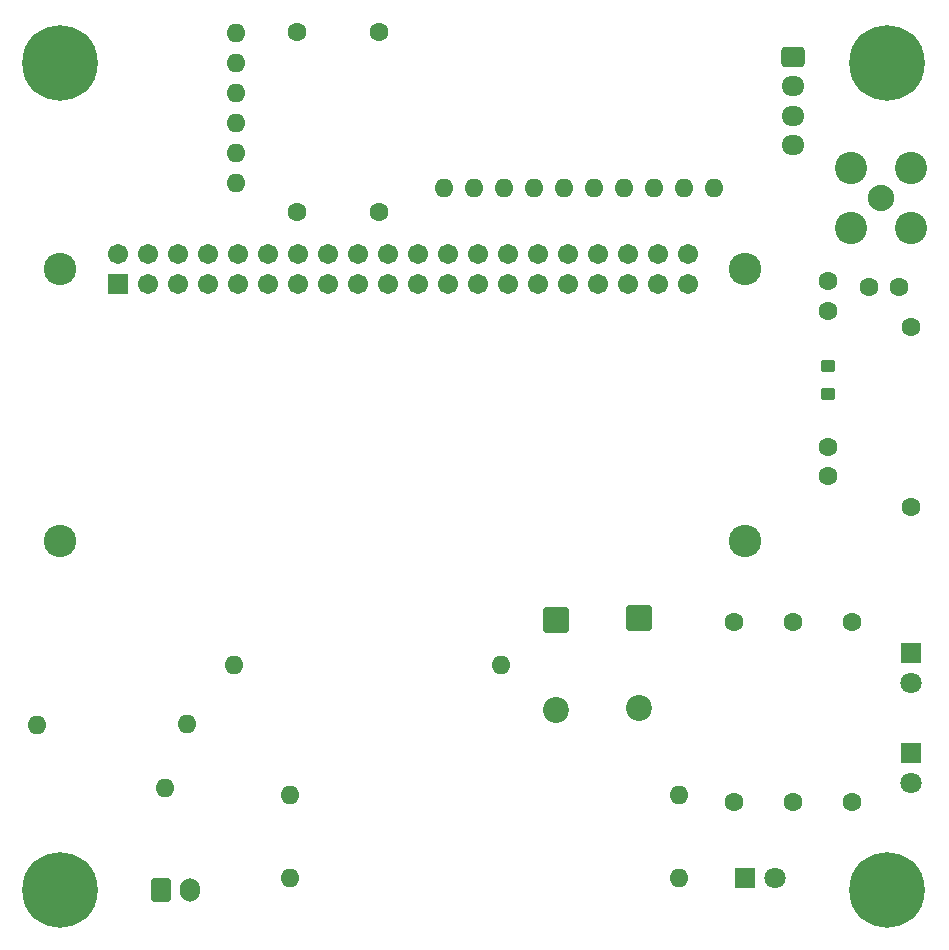
<source format=gbr>
%TF.GenerationSoftware,KiCad,Pcbnew,9.0.4*%
%TF.CreationDate,2025-10-26T00:43:11+05:45*%
%TF.ProjectId,onboardcomputer,6f6e626f-6172-4646-936f-6d7075746572,rev?*%
%TF.SameCoordinates,Original*%
%TF.FileFunction,Soldermask,Top*%
%TF.FilePolarity,Negative*%
%FSLAX46Y46*%
G04 Gerber Fmt 4.6, Leading zero omitted, Abs format (unit mm)*
G04 Created by KiCad (PCBNEW 9.0.4) date 2025-10-26 00:43:11*
%MOMM*%
%LPD*%
G01*
G04 APERTURE LIST*
G04 Aperture macros list*
%AMRoundRect*
0 Rectangle with rounded corners*
0 $1 Rounding radius*
0 $2 $3 $4 $5 $6 $7 $8 $9 X,Y pos of 4 corners*
0 Add a 4 corners polygon primitive as box body*
4,1,4,$2,$3,$4,$5,$6,$7,$8,$9,$2,$3,0*
0 Add four circle primitives for the rounded corners*
1,1,$1+$1,$2,$3*
1,1,$1+$1,$4,$5*
1,1,$1+$1,$6,$7*
1,1,$1+$1,$8,$9*
0 Add four rect primitives between the rounded corners*
20,1,$1+$1,$2,$3,$4,$5,0*
20,1,$1+$1,$4,$5,$6,$7,0*
20,1,$1+$1,$6,$7,$8,$9,0*
20,1,$1+$1,$8,$9,$2,$3,0*%
G04 Aperture macros list end*
%ADD10C,2.750000*%
%ADD11RoundRect,0.102000X-0.754000X-0.754000X0.754000X-0.754000X0.754000X0.754000X-0.754000X0.754000X0*%
%ADD12C,1.712000*%
%ADD13C,2.240000*%
%ADD14C,2.740000*%
%ADD15O,1.600000X1.600000*%
%ADD16C,0.800000*%
%ADD17C,6.400000*%
%ADD18RoundRect,0.250000X-0.725000X0.600000X-0.725000X-0.600000X0.725000X-0.600000X0.725000X0.600000X0*%
%ADD19O,1.950000X1.700000*%
%ADD20C,1.600000*%
%ADD21R,1.800000X1.800000*%
%ADD22C,1.800000*%
%ADD23RoundRect,0.250000X-0.600000X-0.750000X0.600000X-0.750000X0.600000X0.750000X-0.600000X0.750000X0*%
%ADD24O,1.700000X2.000000*%
%ADD25RoundRect,0.249999X-0.850001X0.850001X-0.850001X-0.850001X0.850001X-0.850001X0.850001X0.850001X0*%
%ADD26C,2.200000*%
%ADD27RoundRect,0.250000X0.350000X-0.275000X0.350000X0.275000X-0.350000X0.275000X-0.350000X-0.275000X0*%
G04 APERTURE END LIST*
D10*
%TO.C,J3*%
X102000000Y-60500000D03*
X102000000Y-83500000D03*
X160000000Y-60500000D03*
X160000000Y-83500000D03*
D11*
X106870000Y-61770000D03*
D12*
X106870000Y-59230000D03*
X109410000Y-61770000D03*
X109410000Y-59230000D03*
X111950000Y-61770000D03*
X111950000Y-59230000D03*
X114490000Y-61770000D03*
X114490000Y-59230000D03*
X117030000Y-61770000D03*
X117030000Y-59230000D03*
X119570000Y-61770000D03*
X119570000Y-59230000D03*
X122110000Y-61770000D03*
X122110000Y-59230000D03*
X124650000Y-61770000D03*
X124650000Y-59230000D03*
X127190000Y-61770000D03*
X127190000Y-59230000D03*
X129730000Y-61770000D03*
X129730000Y-59230000D03*
X132270000Y-61770000D03*
X132270000Y-59230000D03*
X134810000Y-61770000D03*
X134810000Y-59230000D03*
X137350000Y-61770000D03*
X137350000Y-59230000D03*
X139890000Y-61770000D03*
X139890000Y-59230000D03*
X142430000Y-61770000D03*
X142430000Y-59230000D03*
X144970000Y-61770000D03*
X144970000Y-59230000D03*
X147510000Y-61770000D03*
X147510000Y-59230000D03*
X150050000Y-61770000D03*
X150050000Y-59230000D03*
X152590000Y-61770000D03*
X152590000Y-59230000D03*
X155130000Y-61770000D03*
X155130000Y-59230000D03*
%TD*%
D13*
%TO.C,J_ANT1*%
X171460000Y-54460000D03*
D14*
X168920000Y-51920000D03*
X168920000Y-57000000D03*
X174000000Y-51920000D03*
X174000000Y-57000000D03*
%TD*%
D15*
%TO.C,b1*%
X116834000Y-40450800D03*
X116859400Y-42990800D03*
X116859400Y-45530800D03*
X116859400Y-48070800D03*
X116859400Y-50610800D03*
X116859400Y-53150800D03*
%TD*%
D16*
%TO.C,REF\u002A\u002A*%
X169600000Y-113000000D03*
X170302944Y-111302944D03*
X170302944Y-114697056D03*
X172000000Y-110600000D03*
D17*
X172000000Y-113000000D03*
D16*
X172000000Y-115400000D03*
X173697056Y-111302944D03*
X173697056Y-114697056D03*
X174400000Y-113000000D03*
%TD*%
D18*
%TO.C,J_I2C_OUT1*%
X164000000Y-42500000D03*
D19*
X164000000Y-45000000D03*
X164000000Y-47500000D03*
X164000000Y-50000000D03*
%TD*%
D20*
%TO.C,R1*%
X159000000Y-105620000D03*
X159000000Y-90380000D03*
%TD*%
D21*
%TO.C,D5*%
X174000000Y-93000000D03*
D22*
X174000000Y-95540000D03*
%TD*%
D20*
%TO.C,R4*%
X174000000Y-80620000D03*
X174000000Y-65380000D03*
%TD*%
D15*
%TO.C,m1*%
X134458000Y-53636000D03*
X136998000Y-53636000D03*
X139538000Y-53636000D03*
X142078000Y-53636000D03*
X144618000Y-53636000D03*
X147158000Y-53636000D03*
X149698000Y-53636000D03*
X152238000Y-53636000D03*
X154778000Y-53636000D03*
X157318000Y-53636000D03*
%TD*%
D16*
%TO.C,REF\u002A\u002A*%
X99600000Y-43000000D03*
X100302944Y-41302944D03*
X100302944Y-44697056D03*
X102000000Y-40600000D03*
D17*
X102000000Y-43000000D03*
D16*
X102000000Y-45400000D03*
X103697056Y-41302944D03*
X103697056Y-44697056D03*
X104400000Y-43000000D03*
%TD*%
D23*
%TO.C,J4*%
X110500000Y-113000000D03*
D24*
X113000000Y-113000000D03*
%TD*%
D15*
%TO.C,F1*%
X139290000Y-94010000D03*
X116680000Y-94000000D03*
%TD*%
D20*
%TO.C,R2*%
X164000000Y-105620000D03*
X164000000Y-90380000D03*
%TD*%
D16*
%TO.C,REF\u002A\u002A*%
X169600000Y-43000000D03*
X170302944Y-41302944D03*
X170302944Y-44697056D03*
X172000000Y-40600000D03*
D17*
X172000000Y-43000000D03*
D16*
X172000000Y-45400000D03*
X173697056Y-41302944D03*
X173697056Y-44697056D03*
X174400000Y-43000000D03*
%TD*%
D21*
%TO.C,D4*%
X174000000Y-101460000D03*
D22*
X174000000Y-104000000D03*
%TD*%
D15*
%TO.C,J1*%
X100000000Y-99033000D03*
X110871200Y-104392400D03*
X112725400Y-99000000D03*
%TD*%
D16*
%TO.C,REF\u002A\u002A*%
X99600000Y-113000000D03*
X100302944Y-111302944D03*
X100302944Y-114697056D03*
X102000000Y-110600000D03*
D17*
X102000000Y-113000000D03*
D16*
X102000000Y-115400000D03*
X103697056Y-111302944D03*
X103697056Y-114697056D03*
X104400000Y-113000000D03*
%TD*%
D20*
%TO.C,R5*%
X122000000Y-40380000D03*
X122000000Y-55620000D03*
%TD*%
D21*
%TO.C,D3*%
X160000000Y-112000000D03*
D22*
X162540000Y-112000000D03*
%TD*%
D20*
%TO.C,R6*%
X129000000Y-40380000D03*
X129000000Y-55620000D03*
%TD*%
%TO.C,C3*%
X173000000Y-62000000D03*
X170500000Y-62000000D03*
%TD*%
D25*
%TO.C,D1*%
X144000000Y-90190000D03*
D26*
X144000000Y-97810000D03*
%TD*%
D20*
%TO.C,C2*%
X167000000Y-64000000D03*
X167000000Y-61500000D03*
%TD*%
D27*
%TO.C,L1*%
X167000000Y-71000000D03*
X167000000Y-68700000D03*
%TD*%
D20*
%TO.C,R3*%
X169000000Y-105620000D03*
X169000000Y-90380000D03*
%TD*%
D25*
%TO.C,D2*%
X151000000Y-90000000D03*
D26*
X151000000Y-97620000D03*
%TD*%
D20*
%TO.C,C1*%
X167000000Y-75500000D03*
X167000000Y-78000000D03*
%TD*%
D15*
%TO.C,J2*%
X154360000Y-105008600D03*
X154360000Y-112019000D03*
X121400000Y-105000000D03*
X121416200Y-112000000D03*
%TD*%
M02*

</source>
